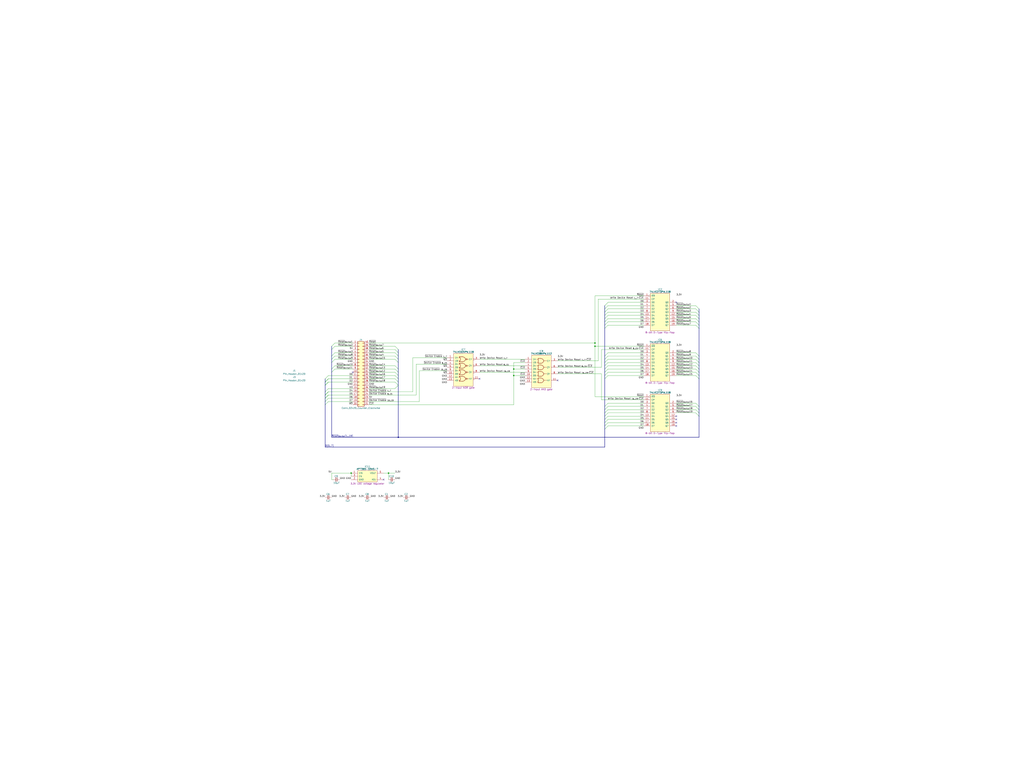
<source format=kicad_sch>
(kicad_sch (version 20230121) (generator eeschema)
  (paper "User" 799.998 599.999)
  (title_block (title "HCP65 Device Control") (date "2023-12-04") (rev "V0"))
  (lib_symbols
    (symbol "Connector_Generic:Conn_02x20_Counter_Clockwise" (pin_names (offset 1.016) hide)
      (property "Reference" "J" (at 1.27 25.4 0))
      (property "Value" "Conn_02x20_Counter_Clockwise" (at 1.27 -27.94 0))
      (symbol "Conn_02x20_Counter_Clockwise_1_1"
        (rectangle (start -1.27 -25.273) (end 0 -25.527) (stroke (width 0.1524)))
        (rectangle (start -1.27 -22.733) (end 0 -22.987) (stroke (width 0.1524)))
        (rectangle (start -1.27 -20.193) (end 0 -20.447) (stroke (width 0.1524)))
        (rectangle (start -1.27 -17.653) (end 0 -17.907) (stroke (width 0.1524)))
        (rectangle (start -1.27 -15.113) (end 0 -15.367) (stroke (width 0.1524)))
        (rectangle (start -1.27 -12.573) (end 0 -12.827) (stroke (width 0.1524)))
        (rectangle (start -1.27 -10.033) (end 0 -10.287) (stroke (width 0.1524)))
        (rectangle (start -1.27 -7.493) (end 0 -7.747) (stroke (width 0.1524)))
        (rectangle (start -1.27 -4.953) (end 0 -5.207) (stroke (width 0.1524)))
        (rectangle (start -1.27 -2.413) (end 0 -2.667) (stroke (width 0.1524)))
        (rectangle (start -1.27 0.127) (end 0 -0.127) (stroke (width 0.1524)))
        (rectangle (start -1.27 2.667) (end 0 2.413) (stroke (width 0.1524)))
        (rectangle (start -1.27 5.207) (end 0 4.953) (stroke (width 0.1524)))
        (rectangle (start -1.27 7.747) (end 0 7.493) (stroke (width 0.1524)))
        (rectangle (start -1.27 10.287) (end 0 10.033) (stroke (width 0.1524)))
        (rectangle (start -1.27 12.827) (end 0 12.573) (stroke (width 0.1524)))
        (rectangle (start -1.27 15.367) (end 0 15.113) (stroke (width 0.1524)))
        (rectangle (start -1.27 17.907) (end 0 17.653) (stroke (width 0.1524)))
        (rectangle (start -1.27 20.447) (end 0 20.193) (stroke (width 0.1524)))
        (rectangle (start -1.27 22.987) (end 0 22.733) (stroke (width 0.1524)))
        (rectangle (start -1.27 24.13) (end 3.81 -26.67) (stroke (width 0.254)) (fill (type background)))
        (rectangle (start 3.81 -25.273) (end 2.54 -25.527) (stroke (width 0.1524)))
        (rectangle (start 3.81 -22.733) (end 2.54 -22.987) (stroke (width 0.1524)))
        (rectangle (start 3.81 -20.193) (end 2.54 -20.447) (stroke (width 0.1524)))
        (rectangle (start 3.81 -17.653) (end 2.54 -17.907) (stroke (width 0.1524)))
        (rectangle (start 3.81 -15.113) (end 2.54 -15.367) (stroke (width 0.1524)))
        (rectangle (start 3.81 -12.573) (end 2.54 -12.827) (stroke (width 0.1524)))
        (rectangle (start 3.81 -10.033) (end 2.54 -10.287) (stroke (width 0.1524)))
        (rectangle (start 3.81 -7.493) (end 2.54 -7.747) (stroke (width 0.1524)))
        (rectangle (start 3.81 -4.953) (end 2.54 -5.207) (stroke (width 0.1524)))
        (rectangle (start 3.81 -2.413) (end 2.54 -2.667) (stroke (width 0.1524)))
        (rectangle (start 3.81 0.127) (end 2.54 -0.127) (stroke (width 0.1524)))
        (rectangle (start 3.81 2.667) (end 2.54 2.413) (stroke (width 0.1524)))
        (rectangle (start 3.81 5.207) (end 2.54 4.953) (stroke (width 0.1524)))
        (rectangle (start 3.81 7.747) (end 2.54 7.493) (stroke (width 0.1524)))
        (rectangle (start 3.81 10.287) (end 2.54 10.033) (stroke (width 0.1524)))
        (rectangle (start 3.81 12.827) (end 2.54 12.573) (stroke (width 0.1524)))
        (rectangle (start 3.81 15.367) (end 2.54 15.113) (stroke (width 0.1524)))
        (rectangle (start 3.81 17.907) (end 2.54 17.653) (stroke (width 0.1524)))
        (rectangle (start 3.81 20.447) (end 2.54 20.193) (stroke (width 0.1524)))
        (rectangle (start 3.81 22.987) (end 2.54 22.733) (stroke (width 0.1524)))
        (pin passive line (at -5.08 22.86 0) (length 3.81) (name "Pin_1") (number "1"))
        (pin passive line (at -5.08 0 0) (length 3.81) (name "Pin_10") (number "10"))
        (pin passive line (at -5.08 -2.54 0) (length 3.81) (name "Pin_11") (number "11"))
        (pin passive line (at -5.08 -5.08 0) (length 3.81) (name "Pin_12") (number "12"))
        (pin passive line (at -5.08 -7.62 0) (length 3.81) (name "Pin_13") (number "13"))
        (pin passive line (at -5.08 -10.16 0) (length 3.81) (name "Pin_14") (number "14"))
        (pin passive line (at -5.08 -12.7 0) (length 3.81) (name "Pin_15") (number "15"))
        (pin passive line (at -5.08 -15.24 0) (length 3.81) (name "Pin_16") (number "16"))
        (pin passive line (at -5.08 -17.78 0) (length 3.81) (name "Pin_17") (number "17"))
        (pin passive line (at -5.08 -20.32 0) (length 3.81) (name "Pin_18") (number "18"))
        (pin passive line (at -5.08 -22.86 0) (length 3.81) (name "Pin_19") (number "19"))
        (pin passive line (at -5.08 20.32 0) (length 3.81) (name "Pin_2") (number "2"))
        (pin passive line (at -5.08 -25.4 0) (length 3.81) (name "Pin_20") (number "20"))
        (pin passive line (at 7.62 -25.4 180) (length 3.81) (name "Pin_21") (number "21"))
        (pin passive line (at 7.62 -22.86 180) (length 3.81) (name "Pin_22") (number "22"))
        (pin passive line (at 7.62 -20.32 180) (length 3.81) (name "Pin_23") (number "23"))
        (pin passive line (at 7.62 -17.78 180) (length 3.81) (name "Pin_24") (number "24"))
        (pin passive line (at 7.62 -15.24 180) (length 3.81) (name "Pin_25") (number "25"))
        (pin passive line (at 7.62 -12.7 180) (length 3.81) (name "Pin_26") (number "26"))
        (pin passive line (at 7.62 -10.16 180) (length 3.81) (name "Pin_27") (number "27"))
        (pin passive line (at 7.62 -7.62 180) (length 3.81) (name "Pin_28") (number "28"))
        (pin passive line (at 7.62 -5.08 180) (length 3.81) (name "Pin_29") (number "29"))
        (pin passive line (at -5.08 17.78 0) (length 3.81) (name "Pin_3") (number "3"))
        (pin passive line (at 7.62 -2.54 180) (length 3.81) (name "Pin_30") (number "30"))
        (pin passive line (at 7.62 0 180) (length 3.81) (name "Pin_31") (number "31"))
        (pin passive line (at 7.62 2.54 180) (length 3.81) (name "Pin_32") (number "32"))
        (pin passive line (at 7.62 5.08 180) (length 3.81) (name "Pin_33") (number "33"))
        (pin passive line (at 7.62 7.62 180) (length 3.81) (name "Pin_34") (number "34"))
        (pin passive line (at 7.62 10.16 180) (length 3.81) (name "Pin_35") (number "35"))
        (pin passive line (at 7.62 12.7 180) (length 3.81) (name "Pin_36") (number "36"))
        (pin passive line (at 7.62 15.24 180) (length 3.81) (name "Pin_37") (number "37"))
        (pin passive line (at 7.62 17.78 180) (length 3.81) (name "Pin_38") (number "38"))
        (pin passive line (at 7.62 20.32 180) (length 3.81) (name "Pin_39") (number "39"))
        (pin passive line (at -5.08 15.24 0) (length 3.81) (name "Pin_4") (number "4"))
        (pin passive line (at 7.62 22.86 180) (length 3.81) (name "Pin_40") (number "40"))
        (pin passive line (at -5.08 12.7 0) (length 3.81) (name "Pin_5") (number "5"))
        (pin passive line (at -5.08 10.16 0) (length 3.81) (name "Pin_6") (number "6"))
        (pin passive line (at -5.08 7.62 0) (length 3.81) (name "Pin_7") (number "7"))
        (pin passive line (at -5.08 5.08 0) (length 3.81) (name "Pin_8") (number "8"))
        (pin passive line (at -5.08 2.54 0) (length 3.81) (name "Pin_9") (number "9"))
      )
    )
    (symbol "Diodes_Inc:AP7365-33WG-7" (pin_names (offset 0.762))
      (property "Reference" "IC" (at 12.7 5.08 0))
      (property "Value" "AP7365-33WG-7" (at 12.7 3.175 0))
      (property "Description" "3.3V LDO voltage regulator" (at 12.7 -8.255 0))
      (symbol "AP7365-33WG-7_0_0"
        (pin passive line (at 0 0 0) (length 5.08) (name "VIN") (number "1"))
        (pin passive line (at 0 -5.08 0) (length 5.08) (name "GND") (number "2"))
        (pin input line (at 0 -2.54 0) (length 5.08) (name "EN") (number "3"))
        (pin passive line (at 25.4 -5.08 180) (length 5.08) (name "ADJ") (number "4"))
        (pin passive line (at 25.4 0 180) (length 5.08) (name "VOUT") (number "5"))
      )
      (symbol "AP7365-33WG-7_0_1"
        (polyline (pts (xy 5.08 1.905) (xy 20.32 1.905) (xy 20.32 -6.985) (xy 5.08 -6.985) (xy 5.08 1.905)) (fill (type background)))
      )
    )
    (symbol "HCP65:C_0805" (pin_numbers hide) (pin_names (offset 0.254) hide)
      (property "Reference" "C" (at 2.286 2.54 0))
      (property "Value" "?μF" (at 2.54 -2.54 0))
      (symbol "C_0805_0_1"
        (polyline (pts (xy 1.9685 -1.4605) (xy 1.9685 1.5875)) (stroke (width 0.3048)))
        (polyline (pts (xy 2.9845 -1.4605) (xy 2.9845 1.5875)) (stroke (width 0.3302)))
      )
      (symbol "C_0805_1_1"
        (pin passive line (at 0 0 0) (length 2.032) (name "~") (number "1"))
        (pin passive line (at 5.08 0 180) (length 2.032) (name "~") (number "2"))
      )
    )
    (symbol "HCP65:Pin_Header_01x20" (pin_names (offset 1.016) hide)
      (property "Reference" "J" (at 0 1.27 0))
      (property "Value" "Pin_Header_01x20" (at 0 -1.27 0))
    )
    (symbol "Nexperia:74LVC02APW,118" (pin_names (offset 0.762))
      (property "Reference" "IC" (at 12.7 6.35 0))
      (property "Value" "74LVC02APW,118" (at 12.7 4.445 0))
      (property "Description" "2-Input NOR gate" (at 12.7 -23.495 0))
      (symbol "74LVC02APW,118_0_0"
        (pin input line (at 0 0 0) (length 5.08) (name "1A") (number "1"))
        (pin input line (at 0 -12.7 0) (length 5.08) (name "3B") (number "10"))
        (pin output inverted (at 25.4 -16.51 180) (length 5.08) (name "4Y") (number "11"))
        (pin input line (at 0 -15.24 0) (length 5.08) (name "4A") (number "12"))
        (pin input line (at 0 -17.78 0) (length 5.08) (name "4B") (number "13"))
        (pin passive line (at 25.4 1.27 180) (length 5.08) hide (name "3V") (number "14"))
        (pin input line (at 0 -2.54 0) (length 5.08) (name "1B") (number "2"))
        (pin output inverted (at 25.4 -1.27 180) (length 5.08) (name "1Y") (number "3"))
        (pin input line (at 0 -5.08 0) (length 5.08) (name "2A") (number "4"))
        (pin input line (at 0 -7.62 0) (length 5.08) (name "2B") (number "5"))
        (pin output inverted (at 25.4 -6.35 180) (length 5.08) (name "2Y") (number "6"))
        (pin passive line (at 0 -20.32 0) (length 5.08) hide (name "GND") (number "7"))
        (pin output inverted (at 25.4 -11.43 180) (length 5.08) (name "3Y") (number "8"))
        (pin input line (at 0 -10.16 0) (length 5.08) (name "3A") (number "9"))
      )
      (symbol "74LVC02APW,118_0_1"
        (polyline (pts (xy 8.802 -17.78) (xy 10.0719 -17.78)))
        (polyline (pts (xy 8.802 -15.24) (xy 10.0719 -15.24)))
        (polyline (pts (xy 8.802 -12.7) (xy 10.0719 -12.7)))
        (polyline (pts (xy 8.802 -10.16) (xy 10.0719 -10.16)))
        (polyline (pts (xy 8.802 -7.62) (xy 10.0719 -7.62)))
        (polyline (pts (xy 8.802 -5.08) (xy 10.0719 -5.08)))
        (polyline (pts (xy 8.802 -2.54) (xy 10.0719 -2.54)))
        (polyline (pts (xy 8.802 0) (xy 10.0719 0)))
        (polyline (pts (xy 11.977 -18.415) (xy 9.437 -18.415)) (stroke (width 0.254)) (fill (type background)))
        (polyline (pts (xy 11.977 -14.605) (xy 9.437 -14.605)) (stroke (width 0.254)) (fill (type background)))
        (polyline (pts (xy 11.977 -13.335) (xy 9.437 -13.335)) (stroke (width 0.254)) (fill (type background)))
        (polyline (pts (xy 11.977 -9.525) (xy 9.437 -9.525)) (stroke (width 0.254)) (fill (type background)))
        (polyline (pts (xy 11.977 -8.255) (xy 9.437 -8.255)) (stroke (width 0.254)) (fill (type background)))
        (polyline (pts (xy 11.977 -4.445) (xy 9.437 -4.445)) (stroke (width 0.254)) (fill (type background)))
        (polyline (pts (xy 11.977 -3.175) (xy 9.437 -3.175)) (stroke (width 0.254)) (fill (type background)))
        (polyline (pts (xy 11.977 0.635) (xy 9.437 0.635)) (stroke (width 0.254)) (fill (type background)))
        (polyline (pts (xy 15.875 -16.51) (xy 17.057 -16.51)))
        (polyline (pts (xy 15.875 -11.43) (xy 17.057 -11.43)))
        (polyline (pts (xy 15.875 -6.35) (xy 17.057 -6.35)))
        (polyline (pts (xy 15.875 -1.27) (xy 17.057 -1.27)))
        (polyline (pts (xy 5.08 3.175) (xy 20.32 3.175) (xy 20.32 -22.225) (xy 5.08 -22.225) (xy 5.08 3.175)) (stroke (width 0.1524)) (fill (type background)))
        (arc (start 9.437 -18.415) (mid 10.4969 -16.51) (end 9.437 -14.605) (stroke (width 0.254)))
        (arc (start 9.437 -13.335) (mid 10.4969 -11.43) (end 9.437 -9.525) (stroke (width 0.254)))
        (arc (start 9.437 -8.255) (mid 10.4969 -6.35) (end 9.437 -4.445) (stroke (width 0.254)))
        (arc (start 9.437 -3.175) (mid 10.4969 -1.27) (end 9.437 0.635) (stroke (width 0.254)))
        (arc (start 11.977 -18.415) (mid 13.5751 -17.9001) (end 14.517 -16.51) (stroke (width 0.254)))
        (arc (start 11.977 -13.335) (mid 13.5751 -12.8201) (end 14.517 -11.43) (stroke (width 0.254)))
        (arc (start 11.977 -8.255) (mid 13.5751 -7.7401) (end 14.517 -6.35) (stroke (width 0.254)))
        (arc (start 11.977 -3.175) (mid 13.5753 -2.6602) (end 14.517 -1.27) (stroke (width 0.254)))
        (arc (start 14.517 -16.51) (mid 13.5761 -15.1187) (end 11.977 -14.605) (stroke (width 0.254)))
        (arc (start 14.517 -11.43) (mid 13.5761 -10.0387) (end 11.977 -9.525) (stroke (width 0.254)))
        (arc (start 14.517 -6.35) (mid 13.5761 -4.9587) (end 11.977 -4.445) (stroke (width 0.254)))
        (arc (start 14.517 -1.27) (mid 13.5761 0.1213) (end 11.977 0.635) (stroke (width 0.254)))
        (circle (center 15.24 -16.51) (radius 0.508) (stroke (width 0.254)))
        (circle (center 15.24 -11.43) (radius 0.508) (stroke (width 0.254)))
        (circle (center 15.24 -6.35) (radius 0.508) (stroke (width 0.254)))
        (circle (center 15.24 -1.27) (radius 0.508) (stroke (width 0.254)))
      )
    )
    (symbol "Nexperia:74LVC08APW,112" (pin_names (offset 0.762))
      (property "Reference" "IC" (at 12.7 6.35 0))
      (property "Value" "74LVC08APW,112" (at 12.7 4.445 0))
      (property "Description" "2-input AND gate" (at 12.7 -23.495 0))
      (symbol "74LVC08APW,112_0_0"
        (pin input line (at 0 0 0) (length 5.08) (name "1A") (number "1"))
        (pin input line (at 0 -12.7 0) (length 5.08) (name "3B") (number "10"))
        (pin output line (at 25.4 -16.51 180) (length 5.08) (name "4Y") (number "11"))
        (pin input line (at 0 -15.24 0) (length 5.08) (name "4A") (number "12"))
        (pin input line (at 0 -17.78 0) (length 5.08) (name "4B") (number "13"))
        (pin passive line (at 25.4 1.27 180) (length 5.08) hide (name "3V") (number "14"))
        (pin input line (at 0 -2.54 0) (length 5.08) (name "1B") (number "2"))
        (pin passive line (at 25.4 -1.27 180) (length 5.08) (name "1Y") (number "3"))
        (pin input line (at 0 -5.08 0) (length 5.08) (name "2A") (number "4"))
        (pin input line (at 0 -7.62 0) (length 5.08) (name "2B") (number "5"))
        (pin output line (at 25.4 -6.35 180) (length 5.08) (name "2Y") (number "6"))
        (pin passive line (at 0 -20.32 0) (length 5.08) hide (name "GND") (number "7"))
        (pin output line (at 25.4 -11.43 180) (length 5.08) (name "3Y") (number "8"))
        (pin input line (at 0 -10.16 0) (length 5.08) (name "3A") (number "9"))
      )
      (symbol "74LVC08APW,112_0_1"
        (polyline (pts (xy 8.89 -17.78) (xy 10.1599 -17.78)))
        (polyline (pts (xy 8.89 -15.24) (xy 10.1599 -15.24)))
        (polyline (pts (xy 8.89 -12.7) (xy 10.1599 -12.7)))
        (polyline (pts (xy 8.89 -10.16) (xy 10.1599 -10.16)))
        (polyline (pts (xy 8.89 -7.62) (xy 10.1599 -7.62)))
        (polyline (pts (xy 8.89 -5.08) (xy 10.1599 -5.08)))
        (polyline (pts (xy 8.89 -2.54) (xy 10.1599 -2.54)))
        (polyline (pts (xy 8.89 0) (xy 10.1599 0)))
        (polyline (pts (xy 10.248 -14.605) (xy 10.248 -18.415)) (stroke (width 0.254)) (fill (type background)))
        (polyline (pts (xy 10.248 -9.525) (xy 10.248 -13.335)) (stroke (width 0.254)) (fill (type background)))
        (polyline (pts (xy 10.248 -4.445) (xy 10.248 -8.255)) (stroke (width 0.254)) (fill (type background)))
        (polyline (pts (xy 10.248 0.635) (xy 10.248 -3.175)) (stroke (width 0.254)) (fill (type background)))
        (polyline (pts (xy 12.065 -18.415) (xy 10.248 -18.415)) (stroke (width 0.254)) (fill (type background)))
        (polyline (pts (xy 12.065 -14.605) (xy 10.248 -14.605)) (stroke (width 0.254)) (fill (type background)))
        (polyline (pts (xy 12.065 -13.335) (xy 10.248 -13.335)) (stroke (width 0.254)) (fill (type background)))
        (polyline (pts (xy 12.065 -9.525) (xy 10.248 -9.525)) (stroke (width 0.254)) (fill (type background)))
        (polyline (pts (xy 12.065 -8.255) (xy 10.248 -8.255)) (stroke (width 0.254)) (fill (type background)))
        (polyline (pts (xy 12.065 -4.445) (xy 10.248 -4.445)) (stroke (width 0.254)) (fill (type background)))
        (polyline (pts (xy 12.065 -3.175) (xy 10.248 -3.175)) (stroke (width 0.254)) (fill (type background)))
        (polyline (pts (xy 12.065 0.635) (xy 10.248 0.635)) (stroke (width 0.254)) (fill (type background)))
        (polyline (pts (xy 14.605 -16.51) (xy 17.145 -16.51)))
        (polyline (pts (xy 14.605 -11.43) (xy 17.145 -11.43)))
        (polyline (pts (xy 14.605 -6.35) (xy 17.145 -6.35)))
        (polyline (pts (xy 14.605 -1.27) (xy 17.145 -1.27)))
        (polyline (pts (xy 5.08 3.175) (xy 20.32 3.175) (xy 20.32 -22.225) (xy 5.08 -22.225) (xy 5.08 3.175)) (stroke (width 0.1524)) (fill (type background)))
        (arc (start 12.065 -18.415) (mid 13.6634 -17.9004) (end 14.605 -16.51) (stroke (width 0.254)))
        (arc (start 12.065 -13.335) (mid 13.6634 -12.8204) (end 14.605 -11.43) (stroke (width 0.254)))
        (arc (start 12.065 -8.255) (mid 13.6634 -7.7404) (end 14.605 -6.35) (stroke (width 0.254)))
        (arc (start 12.065 -3.175) (mid 13.6634 -2.6604) (end 14.605 -1.27) (stroke (width 0.254)))
        (arc (start 14.605 -16.51) (mid 13.6646 -15.118) (end 12.065 -14.605) (stroke (width 0.254)))
        (arc (start 14.605 -11.43) (mid 13.6646 -10.038) (end 12.065 -9.525) (stroke (width 0.254)))
        (arc (start 14.605 -6.35) (mid 13.6646 -4.958) (end 12.065 -4.445) (stroke (width 0.254)))
        (arc (start 14.605 -1.27) (mid 13.6646 0.122) (end 12.065 0.635) (stroke (width 0.254)))
      )
    )
    (symbol "Nexperia:74LVC273PW,118" (pin_names (offset 0.762))
      (property "Reference" "IC" (at 12.7 5.08 0))
      (property "Value" "74LVC273PW,118" (at 12.7 3.175 0))
      (property "Description" "8-bit D-Type flip-flop" (at 12.7 -28.575 0))
      (symbol "74LVC273PW,118_0_0"
        (pin input line (at 0 -2.54 0) (length 5.08) (name "CP") (number "11"))
        (pin output line (at 25.4 -15.24 180) (length 5.08) (name "Q4") (number "12"))
        (pin input line (at 0 -15.24 0) (length 5.08) (name "D4") (number "13"))
        (pin input line (at 0 -17.78 0) (length 5.08) (name "D5") (number "14"))
        (pin output line (at 25.4 -17.78 180) (length 5.08) (name "Q5") (number "15"))
        (pin output line (at 25.4 -20.32 180) (length 5.08) (name "Q6") (number "16"))
        (pin input line (at 0 -20.32 0) (length 5.08) (name "D6") (number "17"))
        (pin input line (at 0 -22.86 0) (length 5.08) (name "D7") (number "18"))
        (pin output line (at 25.4 -22.86 180) (length 5.08) (name "Q7") (number "19"))
        (pin output line (at 25.4 -5.08 180) (length 5.08) (name "Q0") (number "2"))
        (pin input line (at 0 -5.08 0) (length 5.08) (name "D0") (number "3"))
        (pin input line (at 0 -7.62 0) (length 5.08) (name "D1") (number "4"))
        (pin output line (at 25.4 -7.62 180) (length 5.08) (name "Q1") (number "5"))
        (pin output line (at 25.4 -10.16 180) (length 5.08) (name "Q2") (number "6"))
        (pin input line (at 0 -10.16 0) (length 5.08) (name "D2") (number "7"))
        (pin input line (at 0 -12.7 0) (length 5.08) (name "D3") (number "8"))
        (pin output line (at 25.4 -12.7 180) (length 5.08) (name "Q3") (number "9"))
      )
      (symbol "74LVC273PW,118_0_1"
        (polyline (pts (xy 5.08 1.905) (xy 20.32 1.905) (xy 20.32 -27.305) (xy 5.08 -27.305) (xy 5.08 1.905)) (stroke (width 0.1524)) (fill (type background)))
      )
      (symbol "74LVC273PW,118_1_0"
        (pin input inverted (at 0 0 0) (length 5.08) (name "~{MR}") (number "1"))
        (pin passive line (at 0 -25.4 0) (length 5.08) hide (name "GND") (number "10"))
        (pin passive line (at 25.4 0 180) (length 5.08) hide (name "3V") (number "20"))
      )
    )
  )
  (junction (at 464.82 270.51))
  (junction (at 311.15 341.63))
  (junction (at 401.32 293.37))
  (junction (at 464.82 267.97))
  (junction (at 303.53 369.57))
  (junction (at 401.32 288.29))
  (junction (at 274.32 369.57))
  (no_connect (at 374.65 295.91))
  (no_connect (at 275.59 290.83))
  (no_connect (at 528.32 332.74))
  (no_connect (at 435.61 297.18))
  (no_connect (at 528.32 236.22))
  (no_connect (at 528.32 327.66))
  (no_connect (at 528.32 325.12))
  (no_connect (at 528.32 330.2))
  (no_connect (at 299.72 374.65))
  (bus_entry (at 308.61 270.51) (size 2.54 2.54))
  (bus_entry (at 256.54 311.15) (size -2.54 2.54))
  (bus_entry (at 543.56 293.37) (size 2.54 2.54))
  (bus_entry (at 474.98 243.84) (size -2.54 2.54))
  (bus_entry (at 474.98 238.76) (size -2.54 2.54))
  (bus_entry (at 261.62 275.59) (size -2.54 2.54))
  (bus_entry (at 543.56 280.67) (size 2.54 2.54))
  (bus_entry (at 543.56 288.29) (size 2.54 2.54))
  (bus_entry (at 474.98 320.04) (size -2.54 2.54))
  (bus_entry (at 543.56 283.21) (size 2.54 2.54))
  (bus_entry (at 474.98 251.46) (size -2.54 2.54))
  (bus_entry (at 474.98 241.3) (size -2.54 2.54))
  (bus_entry (at 543.56 285.75) (size 2.54 2.54))
  (bus_entry (at 474.98 254) (size -2.54 2.54))
  (bus_entry (at 474.98 327.66) (size -2.54 2.54))
  (bus_entry (at 261.62 285.75) (size -2.54 2.54))
  (bus_entry (at 474.98 280.67) (size -2.54 2.54))
  (bus_entry (at 543.56 254) (size 2.54 2.54))
  (bus_entry (at 474.98 330.2) (size -2.54 2.54))
  (bus_entry (at 308.61 293.37) (size 2.54 2.54))
  (bus_entry (at 308.61 295.91) (size 2.54 2.54))
  (bus_entry (at 474.98 246.38) (size -2.54 2.54))
  (bus_entry (at 308.61 278.13) (size 2.54 2.54))
  (bus_entry (at 308.61 285.75) (size 2.54 2.54))
  (bus_entry (at 256.54 293.37) (size -2.54 2.54))
  (bus_entry (at 543.56 241.3) (size 2.54 2.54))
  (bus_entry (at 474.98 236.22) (size -2.54 2.54))
  (bus_entry (at 261.62 267.97) (size -2.54 2.54))
  (bus_entry (at 474.98 314.96) (size -2.54 2.54))
  (bus_entry (at 474.98 293.37) (size -2.54 2.54))
  (bus_entry (at 543.56 243.84) (size 2.54 2.54))
  (bus_entry (at 256.54 306.07) (size -2.54 2.54))
  (bus_entry (at 543.56 275.59) (size 2.54 2.54))
  (bus_entry (at 543.56 317.5) (size 2.54 2.54))
  (bus_entry (at 261.62 270.51) (size -2.54 2.54))
  (bus_entry (at 543.56 246.38) (size 2.54 2.54))
  (bus_entry (at 543.56 251.46) (size 2.54 2.54))
  (bus_entry (at 261.62 278.13) (size -2.54 2.54))
  (bus_entry (at 261.62 288.29) (size -2.54 2.54))
  (bus_entry (at 256.54 308.61) (size -2.54 2.54))
  (bus_entry (at 256.54 295.91) (size -2.54 2.54))
  (bus_entry (at 308.61 288.29) (size 2.54 2.54))
  (bus_entry (at 256.54 298.45) (size -2.54 2.54))
  (bus_entry (at 308.61 303.53) (size 2.54 -2.54))
  (bus_entry (at 308.61 280.67) (size 2.54 2.54))
  (bus_entry (at 256.54 295.91) (size -2.54 2.54))
  (bus_entry (at 474.98 332.74) (size -2.54 2.54))
  (bus_entry (at 308.61 298.45) (size 2.54 2.54))
  (bus_entry (at 543.56 248.92) (size 2.54 2.54))
  (bus_entry (at 474.98 325.12) (size -2.54 2.54))
  (bus_entry (at 474.98 322.58) (size -2.54 2.54))
  (bus_entry (at 474.98 317.5) (size -2.54 2.54))
  (bus_entry (at 308.61 275.59) (size 2.54 2.54))
  (bus_entry (at 474.98 288.29) (size -2.54 2.54))
  (bus_entry (at 543.56 278.13) (size 2.54 2.54))
  (bus_entry (at 474.98 285.75) (size -2.54 2.54))
  (bus_entry (at 256.54 298.45) (size -2.54 2.54))
  (bus_entry (at 256.54 308.61) (size -2.54 2.54))
  (bus_entry (at 261.62 280.67) (size -2.54 2.54))
  (bus_entry (at 474.98 290.83) (size -2.54 2.54))
  (bus_entry (at 256.54 313.69) (size -2.54 2.54))
  (bus_entry (at 474.98 275.59) (size -2.54 2.54))
  (bus_entry (at 474.98 283.21) (size -2.54 2.54))
  (bus_entry (at 543.56 322.58) (size 2.54 2.54))
  (bus_entry (at 543.56 290.83) (size 2.54 2.54))
  (bus_entry (at 543.56 238.76) (size 2.54 2.54))
  (bus_entry (at 474.98 278.13) (size -2.54 2.54))
  (bus_entry (at 308.61 290.83) (size 2.54 2.54))
  (bus_entry (at 256.54 306.07) (size -2.54 2.54))
  (bus_entry (at 474.98 248.92) (size -2.54 2.54))
  (bus_entry (at 543.56 314.96) (size 2.54 2.54))
  (bus_entry (at 256.54 303.53) (size -2.54 2.54))
  (bus_entry (at 308.61 273.05) (size 2.54 2.54))
  (bus_entry (at 543.56 320.04) (size 2.54 2.54))
  (wire (pts (xy 325.12 284.48) (xy 349.25 284.48)))
  (wire (pts (xy 502.92 238.76) (xy 474.98 238.76)))
  (bus (pts (xy 254 295.91) (xy 254 298.45)))
  (wire (pts (xy 401.32 288.29) (xy 410.21 288.29)))
  (wire (pts (xy 502.92 283.21) (xy 474.98 283.21)))
  (wire (pts (xy 528.32 280.67) (xy 543.56 280.67)))
  (wire (pts (xy 528.32 285.75) (xy 543.56 285.75)))
  (wire (pts (xy 502.92 231.14) (xy 464.82 231.14)))
  (wire (pts (xy 374.65 280.67) (xy 410.21 280.67)))
  (wire (pts (xy 528.32 254) (xy 543.56 254)))
  (wire (pts (xy 261.62 278.13) (xy 275.59 278.13)))
  (bus (pts (xy 546.1 241.3) (xy 546.1 243.84)))
  (wire (pts (xy 528.32 275.59) (xy 543.56 275.59)))
  (wire (pts (xy 528.32 290.83) (xy 543.56 290.83)))
  (wire (pts (xy 502.92 236.22) (xy 474.98 236.22)))
  (wire (pts (xy 261.62 275.59) (xy 275.59 275.59)))
  (wire (pts (xy 528.32 251.46) (xy 543.56 251.46)))
  (wire (pts (xy 464.82 231.14) (xy 464.82 267.97)))
  (bus (pts (xy 259.08 283.21) (xy 259.08 288.29)))
  (bus (pts (xy 311.15 273.05) (xy 311.15 275.59)))
  (wire (pts (xy 469.9 273.05) (xy 469.9 287.02)))
  (wire (pts (xy 502.92 278.13) (xy 474.98 278.13)))
  (wire (pts (xy 288.29 290.83) (xy 308.61 290.83)))
  (bus (pts (xy 254 316.23) (xy 254 349.25)))
  (bus (pts (xy 472.44 251.46) (xy 472.44 254)))
  (wire (pts (xy 502.92 246.38) (xy 474.98 246.38)))
  (wire (pts (xy 261.62 285.75) (xy 275.59 285.75)))
  (bus (pts (xy 546.1 290.83) (xy 546.1 293.37)))
  (wire (pts (xy 528.32 314.96) (xy 543.56 314.96)))
  (bus (pts (xy 254 300.99) (xy 254 306.07)))
  (wire (pts (xy 256.54 308.61) (xy 275.59 308.61)))
  (wire (pts (xy 502.92 251.46) (xy 474.98 251.46)))
  (wire (pts (xy 502.92 293.37) (xy 474.98 293.37)))
  (bus (pts (xy 472.44 241.3) (xy 472.44 243.84)))
  (wire (pts (xy 502.92 275.59) (xy 474.98 275.59)))
  (bus (pts (xy 472.44 290.83) (xy 472.44 288.29)))
  (wire (pts (xy 288.29 293.37) (xy 308.61 293.37)))
  (bus (pts (xy 311.15 288.29) (xy 311.15 290.83)))
  (bus (pts (xy 311.15 295.91) (xy 311.15 298.45)))
  (bus (pts (xy 546.1 254) (xy 546.1 256.54)))
  (bus (pts (xy 472.44 325.12) (xy 472.44 327.66)))
  (wire (pts (xy 502.92 314.96) (xy 474.98 314.96)))
  (wire (pts (xy 288.29 295.91) (xy 308.61 295.91)))
  (wire (pts (xy 261.62 267.97) (xy 275.59 267.97)))
  (wire (pts (xy 528.32 246.38) (xy 543.56 246.38)))
  (wire (pts (xy 288.29 275.59) (xy 308.61 275.59)))
  (wire (pts (xy 261.62 280.67) (xy 275.59 280.67)))
  (wire (pts (xy 274.32 369.57) (xy 274.32 372.11)))
  (wire (pts (xy 327.66 313.69) (xy 327.66 289.56)))
  (wire (pts (xy 528.32 241.3) (xy 543.56 241.3)))
  (wire (pts (xy 502.92 327.66) (xy 474.98 327.66)))
  (wire (pts (xy 261.62 288.29) (xy 275.59 288.29)))
  (bus (pts (xy 472.44 295.91) (xy 472.44 317.5)))
  (wire (pts (xy 288.29 313.69) (xy 327.66 313.69)))
  (wire (pts (xy 288.29 288.29) (xy 308.61 288.29)))
  (wire (pts (xy 502.92 288.29) (xy 474.98 288.29)))
  (wire (pts (xy 528.32 243.84) (xy 543.56 243.84)))
  (bus (pts (xy 472.44 293.37) (xy 472.44 290.83)))
  (wire (pts (xy 349.25 289.56) (xy 327.66 289.56)))
  (wire (pts (xy 325.12 308.61) (xy 325.12 284.48)))
  (wire (pts (xy 502.92 285.75) (xy 474.98 285.75)))
  (wire (pts (xy 288.29 278.13) (xy 308.61 278.13)))
  (bus (pts (xy 472.44 327.66) (xy 472.44 330.2)))
  (wire (pts (xy 288.29 267.97) (xy 464.82 267.97)))
  (bus (pts (xy 546.1 293.37) (xy 546.1 295.91)))
  (bus (pts (xy 546.1 322.58) (xy 546.1 325.12)))
  (wire (pts (xy 259.08 369.57) (xy 259.08 374.65)))
  (bus (pts (xy 472.44 317.5) (xy 472.44 320.04)))
  (wire (pts (xy 464.82 309.88) (xy 464.82 270.51)))
  (bus (pts (xy 472.44 246.38) (xy 472.44 248.92)))
  (wire (pts (xy 256.54 311.15) (xy 275.59 311.15)))
  (wire (pts (xy 401.32 288.29) (xy 401.32 283.21)))
  (bus (pts (xy 546.1 256.54) (xy 546.1 278.13)))
  (wire (pts (xy 528.32 322.58) (xy 543.56 322.58)))
  (bus (pts (xy 472.44 285.75) (xy 472.44 283.21)))
  (bus (pts (xy 472.44 330.2) (xy 472.44 332.74)))
  (bus (pts (xy 546.1 317.5) (xy 546.1 320.04)))
  (bus (pts (xy 546.1 248.92) (xy 546.1 251.46)))
  (bus (pts (xy 472.44 238.76) (xy 472.44 241.3)))
  (wire (pts (xy 469.9 312.42) (xy 469.9 292.1)))
  (wire (pts (xy 474.98 332.74) (xy 502.92 332.74)))
  (wire (pts (xy 502.92 330.2) (xy 474.98 330.2)))
  (wire (pts (xy 288.29 303.53) (xy 308.61 303.53)))
  (wire (pts (xy 256.54 298.45) (xy 275.59 298.45)))
  (wire (pts (xy 299.72 369.57) (xy 303.53 369.57)))
  (wire (pts (xy 502.92 254) (xy 474.98 254)))
  (wire (pts (xy 288.29 285.75) (xy 308.61 285.75)))
  (wire (pts (xy 401.32 293.37) (xy 410.21 293.37)))
  (bus (pts (xy 546.1 288.29) (xy 546.1 290.83)))
  (bus (pts (xy 311.15 275.59) (xy 311.15 278.13)))
  (bus (pts (xy 472.44 280.67) (xy 472.44 278.13)))
  (bus (pts (xy 254 313.69) (xy 254 316.23)))
  (bus (pts (xy 254 308.61) (xy 254 311.15)))
  (wire (pts (xy 464.82 267.97) (xy 464.82 270.51)))
  (bus (pts (xy 546.1 285.75) (xy 546.1 288.29)))
  (bus (pts (xy 259.08 273.05) (xy 259.08 278.13)))
  (wire (pts (xy 303.53 374.65) (xy 303.53 369.57)))
  (bus (pts (xy 259.08 270.51) (xy 259.08 273.05)))
  (bus (pts (xy 472.44 283.21) (xy 472.44 280.67)))
  (wire (pts (xy 502.92 273.05) (xy 469.9 273.05)))
  (wire (pts (xy 502.92 248.92) (xy 474.98 248.92)))
  (bus (pts (xy 472.44 320.04) (xy 472.44 322.58)))
  (bus (pts (xy 254 306.07) (xy 254 308.61)))
  (bus (pts (xy 311.15 298.45) (xy 311.15 300.99)))
  (bus (pts (xy 472.44 332.74) (xy 472.44 335.28)))
  (wire (pts (xy 528.32 248.92) (xy 543.56 248.92)))
  (wire (pts (xy 502.92 325.12) (xy 474.98 325.12)))
  (bus (pts (xy 311.15 290.83) (xy 311.15 293.37)))
  (bus (pts (xy 546.1 283.21) (xy 546.1 285.75)))
  (bus (pts (xy 472.44 254) (xy 472.44 256.54)))
  (bus (pts (xy 546.1 320.04) (xy 546.1 322.58)))
  (bus (pts (xy 472.44 288.29) (xy 472.44 285.75)))
  (bus (pts (xy 472.44 322.58) (xy 472.44 325.12)))
  (bus (pts (xy 254 311.15) (xy 254 313.69)))
  (wire (pts (xy 528.32 238.76) (xy 543.56 238.76)))
  (wire (pts (xy 528.32 283.21) (xy 543.56 283.21)))
  (bus (pts (xy 546.1 243.84) (xy 546.1 246.38)))
  (bus (pts (xy 546.1 278.13) (xy 546.1 280.67)))
  (bus (pts (xy 311.15 341.63) (xy 546.1 341.63)))
  (wire (pts (xy 374.65 290.83) (xy 410.21 290.83)))
  (bus (pts (xy 311.15 293.37) (xy 311.15 295.91)))
  (wire (pts (xy 401.32 283.21) (xy 410.21 283.21)))
  (wire (pts (xy 322.58 306.07) (xy 322.58 279.4)))
  (wire (pts (xy 469.9 292.1) (xy 435.61 292.1)))
  (bus (pts (xy 472.44 256.54) (xy 472.44 278.13)))
  (wire (pts (xy 256.54 306.07) (xy 275.59 306.07)))
  (wire (pts (xy 288.29 308.61) (xy 325.12 308.61)))
  (wire (pts (xy 502.92 290.83) (xy 474.98 290.83)))
  (wire (pts (xy 256.54 295.91) (xy 275.59 295.91)))
  (wire (pts (xy 469.9 287.02) (xy 435.61 287.02)))
  (bus (pts (xy 311.15 278.13) (xy 311.15 280.67)))
  (wire (pts (xy 401.32 293.37) (xy 401.32 288.29)))
  (bus (pts (xy 546.1 246.38) (xy 546.1 248.92)))
  (bus (pts (xy 254 298.45) (xy 254 300.99)))
  (wire (pts (xy 528.32 278.13) (xy 543.56 278.13)))
  (wire (pts (xy 502.92 280.67) (xy 474.98 280.67)))
  (wire (pts (xy 528.32 293.37) (xy 543.56 293.37)))
  (wire (pts (xy 256.54 313.69) (xy 275.59 313.69)))
  (bus (pts (xy 254 349.25) (xy 472.44 349.25)))
  (wire (pts (xy 502.92 312.42) (xy 469.9 312.42)))
  (wire (pts (xy 464.82 309.88) (xy 502.92 309.88)))
  (bus (pts (xy 472.44 335.28) (xy 472.44 349.25)))
  (wire (pts (xy 502.92 243.84) (xy 474.98 243.84)))
  (wire (pts (xy 374.65 285.75) (xy 410.21 285.75)))
  (bus (pts (xy 546.1 280.67) (xy 546.1 283.21)))
  (wire (pts (xy 464.82 270.51) (xy 502.92 270.51)))
  (wire (pts (xy 288.29 273.05) (xy 308.61 273.05)))
  (bus (pts (xy 259.08 280.67) (xy 259.08 283.21)))
  (wire (pts (xy 502.92 241.3) (xy 474.98 241.3)))
  (wire (pts (xy 528.32 288.29) (xy 543.56 288.29)))
  (bus (pts (xy 472.44 248.92) (xy 472.44 251.46)))
  (wire (pts (xy 401.32 316.23) (xy 401.32 293.37)))
  (bus (pts (xy 472.44 243.84) (xy 472.44 246.38)))
  (wire (pts (xy 288.29 298.45) (xy 308.61 298.45)))
  (wire (pts (xy 288.29 280.67) (xy 308.61 280.67)))
  (wire (pts (xy 502.92 317.5) (xy 474.98 317.5)))
  (wire (pts (xy 467.36 233.68) (xy 467.36 281.94)))
  (wire (pts (xy 261.62 270.51) (xy 275.59 270.51)))
  (wire (pts (xy 502.92 322.58) (xy 474.98 322.58)))
  (bus (pts (xy 546.1 325.12) (xy 546.1 341.63)))
  (wire (pts (xy 259.08 369.57) (xy 274.32 369.57)))
  (bus (pts (xy 259.08 290.83) (xy 259.08 341.63)))
  (wire (pts (xy 528.32 320.04) (xy 543.56 320.04)))
  (bus (pts (xy 546.1 251.46) (xy 546.1 254)))
  (wire (pts (xy 303.53 369.57) (xy 308.61 369.57)))
  (bus (pts (xy 311.15 341.63) (xy 259.08 341.63)))
  (wire (pts (xy 322.58 279.4) (xy 349.25 279.4)))
  (bus (pts (xy 311.15 280.67) (xy 311.15 283.21)))
  (wire (pts (xy 288.29 316.23) (xy 401.32 316.23)))
  (bus (pts (xy 259.08 278.13) (xy 259.08 280.67)))
  (wire (pts (xy 467.36 281.94) (xy 435.61 281.94)))
  (bus (pts (xy 311.15 300.99) (xy 311.15 341.63)))
  (wire (pts (xy 256.54 303.53) (xy 275.59 303.53)))
  (wire (pts (xy 502.92 233.68) (xy 467.36 233.68)))
  (wire (pts (xy 256.54 293.37) (xy 275.59 293.37)))
  (bus (pts (xy 546.1 295.91) (xy 546.1 317.5)))
  (bus (pts (xy 472.44 293.37) (xy 472.44 295.91)))
  (wire (pts (xy 288.29 270.51) (xy 308.61 270.51)))
  (wire (pts (xy 259.08 374.65) (xy 260.35 374.65)))
  (bus (pts (xy 311.15 283.21) (xy 311.15 288.29)))
  (wire (pts (xy 528.32 317.5) (xy 543.56 317.5)))
  (wire (pts (xy 288.29 306.07) (xy 322.58 306.07)))
  (wire (pts (xy 502.92 320.04) (xy 474.98 320.04)))
  (bus (pts (xy 259.08 288.29) (xy 259.08 290.83)))
  (label "GND" (at 265.43 374.65 0))
  (label "~{Reset}_{Device}1" (at 275.59 267.97 180))
  (label "~{Reset}_{Device}4" (at 528.32 246.38 0))
  (label "~{Reset}_{Device}18" (at 288.29 298.45 0))
  (label "~{Reset}_{Device}3" (at 275.59 275.59 180))
  (label "D1" (at 275.59 295.91 180))
  (label "~{Device Enable}_{ 16..19}" (at 349.25 289.56 180))
  (label "~{Reset}_{Device}9" (at 275.59 280.67 180))
  (label "D0" (at 502.92 236.22 180))
  (label "3.3V" (at 528.32 231.14 0))
  (label "D3" (at 275.59 303.53 180))
  (label "~{Reset}_{Device}2" (at 275.59 270.51 180))
  (label "~{Reset}_{Device}5" (at 288.29 275.59 0))
  (label "~{Reset}_{Device}4" (at 288.29 278.13 0))
  (label "GND" (at 349.25 294.64 180))
  (label "D3" (at 502.92 322.58 180))
  (label "~{WD}" (at 349.25 287.02 180))
  (label "GND" (at 320.04 388.62 0))
  (label "Write Device Reset_{ 1..7}·~{CLK}" (at 502.92 233.68 180))
  (label "~{Reset}_{Device}5" (at 528.32 248.92 0))
  (label "D5" (at 502.92 248.92 180))
  (label "~{CLK}" (at 288.29 316.23 0))
  (label "~{Reset}" (at 502.92 231.14 180))
  (label "3.3V" (at 284.48 388.62 180))
  (label "D6" (at 502.92 330.2 180))
  (label "Write Device Reset_{ 1..7}" (at 374.65 280.67 0))
  (label "D5" (at 502.92 327.66 180))
  (label "~{Reset}_{Device}10" (at 528.32 280.67 0))
  (label "5V" (at 288.29 311.15 0))
  (label "~{Reset}_{Device}15" (at 288.29 280.67 0))
  (label "D7" (at 502.92 293.37 180))
  (label "D5" (at 502.92 288.29 180))
  (label "D0" (at 502.92 314.96 180))
  (label "~{Reset}_{Device}14" (at 528.32 290.83 0))
  (label "~{Device Enable}_{ 8..15}" (at 349.25 284.48 180))
  (label "~{Reset}_{Device}7" (at 288.29 270.51 0))
  (label "3.3V" (at 528.32 270.51 0))
  (label "~{Reset}_{Device}13" (at 288.29 288.29 0))
  (label "GND" (at 288.29 283.21 0))
  (label "D6" (at 502.92 290.83 180))
  (label "Write Device Reset_{ 8..15}" (at 374.65 285.75 0))
  (label "~{Reset}_{Device}[1..19]" (at 259.08 341.63 0))
  (label "~{Reset}_{Device}10" (at 275.59 285.75 180))
  (label "D[0..7]" (at 254 349.25 0))
  (label "~{Reset}_{Device}7" (at 528.32 254 0))
  (label "~{Reset}_{Device}8" (at 528.32 275.59 0))
  (label "GND" (at 502.92 256.54 180))
  (label "~{Reset}_{Device}6" (at 288.29 273.05 0))
  (label "D4" (at 275.59 306.07 180))
  (label "~{Reset}_{Device}3" (at 528.32 243.84 0))
  (label "~{Reset}" (at 288.29 267.97 0))
  (label "Write Device Reset_{ 8..15}·~{CLK}" (at 502.92 273.05 180))
  (label "D7" (at 502.92 254 180))
  (label "D0" (at 502.92 275.59 180))
  (label "~{Reset}_{Device}19" (at 288.29 303.53 0))
  (label "~{Device Enable}_{ 16..19}" (at 288.29 313.69 0))
  (label "D1" (at 502.92 317.5 180))
  (label "~{Reset}_{Device}16" (at 288.29 293.37 0))
  (label "D2" (at 502.92 320.04 180))
  (label "D1" (at 502.92 238.76 180))
  (label "3.3V" (at 269.24 388.62 180))
  (label "GND" (at 288.29 300.99 0))
  (label "D4" (at 502.92 285.75 180))
  (label "GND" (at 502.92 295.91 180))
  (label "Write Device Reset_{ 16..19}·~{CLK}" (at 435.61 292.1 0))
  (label "D7" (at 275.59 313.69 180))
  (label "~{WD}" (at 349.25 292.1 180))
  (label "D6" (at 502.92 251.46 180))
  (label "~{Reset}_{Device}9" (at 528.32 278.13 0))
  (label "3.3V" (at 308.61 369.57 0))
  (label "GND" (at 410.21 300.99 180))
  (label "D7" (at 502.92 332.74 180))
  (label "~{Reset}_{Device}6" (at 528.32 251.46 0))
  (label "~{CLK}" (at 410.21 283.21 180))
  (label "~{Reset}_{Device}1" (at 528.32 238.76 0))
  (label "~{Device Enable}_{ 8..15}" (at 288.29 308.61 0))
  (label "GND" (at 275.59 283.21 180))
  (label "D4" (at 502.92 246.38 180))
  (label "~{Reset}_{Device}18" (at 528.32 320.04 0))
  (label "~{Reset}_{Device}19" (at 528.32 322.58 0))
  (label "GND" (at 275.59 300.99 180))
  (label "~{Reset}_{Device}17" (at 528.32 317.5 0))
  (label "3.3V" (at 254 388.62 180))
  (label "GND" (at 289.56 388.62 0))
  (label "D3" (at 502.92 243.84 180))
  (label "5V" (at 259.08 369.57 180))
  (label "GND" (at 304.8 388.62 0))
  (label "~{Device Enable}_{ 1..7}" (at 288.29 306.07 0))
  (label "~{Reset}_{Device}11" (at 275.59 288.29 180))
  (label "D6" (at 275.59 311.15 180))
  (label "GND" (at 410.21 298.45 180))
  (label "~{Reset}_{Device}14" (at 288.29 285.75 0))
  (label "~{CLK}" (at 410.21 293.37 180))
  (label "GND" (at 410.21 295.91 180))
  (label "GND" (at 259.08 388.62 0))
  (label "D2" (at 275.59 298.45 180))
  (label "~{Reset}_{Device}17" (at 288.29 295.91 0))
  (label "D2" (at 502.92 241.3 180))
  (label "Write Device Reset_{ 1..7}·~{CLK}" (at 435.61 281.94 0))
  (label "~{Reset}_{Device}2" (at 528.32 241.3 0))
  (label "~{Reset}_{Device}8" (at 275.59 278.13 180))
  (label "3.3V" (at 374.65 278.13 0))
  (label "~{WD}" (at 275.59 316.23 180))
  (label "Write Device Reset_{ 16..19}" (at 374.65 290.83 0))
  (label "~{Reset}" (at 502.92 270.51 180))
  (label "Write Device Reset_{ 8..15}·~{CLK}" (at 435.61 287.02 0))
  (label "GND" (at 349.25 297.18 180))
  (label "D1" (at 502.92 278.13 180))
  (label "5V" (at 275.59 273.05 180))
  (label "~{Reset}_{Device}15" (at 528.32 293.37 0))
  (label "GND" (at 349.25 299.72 180))
  (label "~{Reset}_{Device}13" (at 528.32 288.29 0))
  (label "Write Device Reset_{ 16..19}·~{CLK}" (at 502.92 312.42 180))
  (label "GND" (at 502.92 335.28 180))
  (label "D3" (at 502.92 283.21 180))
  (label "3.3V" (at 314.96 388.62 180))
  (label "D0" (at 275.59 293.37 180))
  (label "~{Reset}" (at 502.92 309.88 180))
  (label "~{Reset}_{Device}16" (at 528.32 314.96 0))
  (label "~{CLK}" (at 410.21 288.29 180))
  (label "D2" (at 502.92 280.67 180))
  (label "~{Reset}_{Device}12" (at 288.29 290.83 0))
  (label "GND" (at 308.61 374.65 0))
  (label "3.3V" (at 435.61 279.4 0))
  (label "D5" (at 275.59 308.61 180))
  (label "GND" (at 274.32 374.65 180))
  (label "GND" (at 274.32 388.62 0))
  (label "~{Reset}_{Device}11" (at 528.32 283.21 0))
  (label "~{WD}" (at 349.25 281.94 180))
  (label "~{Reset}_{Device}12" (at 528.32 285.75 0))
  (label "3.3V" (at 528.32 309.88 0))
  (label "3.3V" (at 299.72 388.62 180))
  (label "D4" (at 502.92 325.12 180))
  (label "~{Device Enable}_{ 1..7}" (at 349.25 279.4 180))
  (symbol (lib_id "HCP65:C_0805") (at 260.35 374.65 0) (unit 1)
    (property "Reference" "C9" (at 262.636 372.11 0))
    (property "Value" "10μF" (at 262.89 377.19 0))
    (property "Footprint" "SamacSys_Parts:C_0805" (effects hide))
  )
  (symbol (lib_id "Nexperia:74LVC273PW,118") (at 502.92 270.51 0) (unit 1)
    (property "Reference" "IC6" (at 515.62 265.43 0))
    (property "Value" "74LVC273PW,118" (at 515.62 267.335 0) (effects (font bold)))
    (property "Footprint" "SOP65P640X110-20N" (effects hide))
    (property "Datasheet" "https://assets.nexperia.com/documents/data-sheet/74LVC273.pdf" (effects hide))
    (property "Description" "8-bit D-Type flip-flop" (at 515.62 299.085 0))
    (property "Height" "1.1" (effects hide))
    (property "Manufacturer_Name" "Nexperia" (effects hide))
    (property "Manufacturer_Part_Number" "74LVC273PW,118" (effects hide))
    (property "Mouser Part Number" "771-74LVC273PW-T" (effects hide))
    (property "Mouser Price/Stock" "https://www.mouser.com/Search/Refine.aspx?Keyword=771-74LVC273PW-T" (effects hide))
    (property "Silkscreen" "74LVC273" (effects hide))
  )
  (symbol (lib_id "HCP65:C_0805") (at 254 388.62 0) (unit 1)
    (property "Reference" "C6" (at 256.286 386.08 0))
    (property "Value" "1μF" (at 256.54 391.16 0))
    (property "Footprint" "SamacSys_Parts:C_0805" (effects hide))
  )
  (symbol (lib_id "Nexperia:74LVC08APW,112") (at 410.21 280.67 0) (unit 1)
    (property "Reference" "IC8" (at 422.91 274.32 0))
    (property "Value" "74LVC08APW,112" (at 422.91 276.225 0) (effects (font bold)))
    (property "Footprint" "SOP65P640X110-14N" (effects hide))
    (property "Datasheet" "https://assets.nexperia.com/documents/data-sheet/74LVC08A.pdf" (effects hide))
    (property "Description" "2-input AND gate" (at 422.91 304.165 0))
    (property "Height" "1.1" (effects hide))
    (property "Manufacturer_Name" "Nexperia" (effects hide))
    (property "Manufacturer_Part_Number" "74LVC08APW,112" (effects hide))
    (property "Mouser Part Number" "771-74LVC08APW" (effects hide))
    (property "Mouser Price/Stock" "https://www.mouser.com/Search/Refine.aspx?Keyword=771-74LVC08APW" (effects hide))
    (property "Silkscreen" "74LVC08" (effects hide))
  )
  (symbol (lib_id "Nexperia:74LVC273PW,118") (at 502.92 309.88 0) (unit 1)
    (property "Reference" "IC9" (at 515.62 304.8 0))
    (property "Value" "74LVC273PW,118" (at 515.62 306.705 0) (effects (font bold)))
    (property "Footprint" "SOP65P640X110-20N" (effects hide))
    (property "Datasheet" "https://assets.nexperia.com/documents/data-sheet/74LVC273.pdf" (effects hide))
    (property "Description" "8-bit D-Type flip-flop" (at 515.62 338.455 0))
    (property "Height" "1.1" (effects hide))
    (property "Manufacturer_Name" "Nexperia" (effects hide))
    (property "Manufacturer_Part_Number" "74LVC273PW,118" (effects hide))
    (property "Mouser Part Number" "771-74LVC273PW-T" (effects hide))
    (property "Mouser Price/Stock" "https://www.mouser.com/Search/Refine.aspx?Keyword=771-74LVC273PW-T" (effects hide))
    (property "Silkscreen" "74LVC273" (effects hide))
  )
  (symbol (lib_id "Nexperia:74LVC02APW,118") (at 349.25 279.4 0) (unit 1)
    (property "Reference" "IC7" (at 361.95 273.05 0))
    (property "Value" "74LVC02APW,118" (at 361.95 274.955 0) (effects (font bold)))
    (property "Footprint" "SOP65P640X110-14N" (effects hide))
    (property "Datasheet" "https://assets.nexperia.com/documents/data-sheet/74LVC02A.pdf" (effects hide))
    (property "Description" "2-Input NOR gate" (at 361.95 302.895 0))
    (property "Height" "1.1" (effects hide))
    (property "Mouser Part Number" "771-74LVC02APW-T" (effects hide))
    (property "Mouser Price/Stock" "https://www.mouser.co.uk/ProductDetail/Nexperia/74LVC02APW118?qs=me8TqzrmIYX6VnwIC2vA2w%3D%3D" (effects hide))
    (property "Manufacturer_Name" "Nexperia" (effects hide))
    (property "Manufacturer_Part_Number" "74LVC02APW,118" (effects hide))
    (property "Silkscreen" "74LVC02" (effects hide))
  )
  (symbol (lib_id "Diodes_Inc:AP7365-33WG-7") (at 274.32 369.57 0) (unit 1)
    (property "Reference" "IC11" (at 287.02 364.49 0))
    (property "Value" "AP7365-33WG-7" (at 287.02 366.395 0) (effects (font bold)))
    (property "Footprint" "SOT95P285X130-5N" (effects hide))
    (property "Datasheet" "https://componentsearchengine.com/Datasheets/1/AP7365-33WG-7.pdf" (effects hide))
    (property "Description" "3.3V LDO voltage regulator" (at 287.02 377.825 0))
    (property "Height" "1.3" (effects hide))
    (property "Manufacturer_Name" "Diodes Inc." (effects hide))
    (property "Manufacturer_Part_Number" "AP7365-33WG-7" (effects hide))
    (property "Mouser Part Number" "621-AP7365-33WG-7" (effects hide))
    (property "Mouser Price/Stock" "https://www.mouser.co.uk/ProductDetail/Diodes-Incorporated/AP7365-33WG-7?qs=abZ1nkZpTuOZFvxvoFPL0w%3D%3D" (effects hide))
    (property "Arrow Part Number" "AP7365-33WG-7" (effects hide))
    (property "Arrow Price/Stock" "https://www.arrow.com/en/products/ap7365-33wg-7/diodes-incorporated?region=nac" (effects hide))
    (property "Silkscreen" "AP7365" (effects hide))
  )
  (symbol (lib_id "HCP65:C_0805") (at 284.48 388.62 0) (unit 1)
    (property "Reference" "C8" (at 286.766 386.08 0))
    (property "Value" "1μF" (at 287.02 391.16 0))
    (property "Footprint" "SamacSys_Parts:C_0805" (effects hide))
  )
  (symbol (lib_id "HCP65:Pin_Header_01x20") (at 229.87 290.83 0) (unit 1)
    (property "Reference" "J1" (at 229.87 289.56 0))
    (property "Value" "Pin_Header_01x20" (at 229.87 292.1 0))
    (property "Footprint" "SamacSys_Parts:PinHeader_1x20_P2.54mm_Vertical" (effects hide))
  )
  (symbol (lib_id "HCP65:C_0805") (at 303.53 374.65 0) (unit 1)
    (property "Reference" "C10" (at 305.816 372.11 0))
    (property "Value" "10μF" (at 306.07 377.19 0))
    (property "Footprint" "SamacSys_Parts:C_0805" (effects hide))
  )
  (symbol (lib_id "Nexperia:74LVC273PW,118") (at 502.92 231.14 0) (unit 1)
    (property "Reference" "IC2" (at 515.62 226.06 0))
    (property "Value" "74LVC273PW,118" (at 515.62 227.965 0) (effects (font bold)))
    (property "Footprint" "SOP65P640X110-20N" (effects hide))
    (property "Datasheet" "https://assets.nexperia.com/documents/data-sheet/74LVC273.pdf" (effects hide))
    (property "Description" "8-bit D-Type flip-flop" (at 515.62 259.715 0))
    (property "Height" "1.1" (effects hide))
    (property "Manufacturer_Name" "Nexperia" (effects hide))
    (property "Manufacturer_Part_Number" "74LVC273PW,118" (effects hide))
    (property "Mouser Part Number" "771-74LVC273PW-T" (effects hide))
    (property "Mouser Price/Stock" "https://www.mouser.com/Search/Refine.aspx?Keyword=771-74LVC273PW-T" (effects hide))
    (property "Silkscreen" "74LVC273" (effects hide))
  )
  (symbol (lib_id "HCP65:C_0805") (at 269.24 388.62 0) (unit 1)
    (property "Reference" "C7" (at 271.526 386.08 0))
    (property "Value" "1μF" (at 271.78 391.16 0))
    (property "Footprint" "SamacSys_Parts:C_0805" (effects hide))
  )
  (symbol (lib_id "HCP65:Pin_Header_01x20") (at 229.87 295.91 0) (unit 1)
    (property "Reference" "J3" (at 229.87 294.64 0))
    (property "Value" "Pin_Header_01x20" (at 229.87 297.18 0))
    (property "Footprint" "SamacSys_Parts:PinHeader_1x20_P2.54mm_Vertical" (effects hide))
  )
  (symbol (lib_id "Connector_Generic:Conn_02x20_Counter_Clockwise") (at 280.67 290.83 0) (unit 1)
    (property "Reference" "J4" (at 281.94 265.43 0))
    (property "Value" "Conn_02x20_Counter_Clockwise" (at 281.94 318.77 0))
    (property "Footprint" "SamacSys_Parts:DIP-40_Board_W15.24mm" (effects hide))
  )
  (symbol (lib_id "HCP65:C_0805") (at 299.72 388.62 0) (unit 1)
    (property "Reference" "C1" (at 302.006 386.08 0))
    (property "Value" "1μF" (at 302.26 391.16 0))
    (property "Footprint" "SamacSys_Parts:C_0805" (effects hide))
  )
  (symbol (lib_id "HCP65:C_0805") (at 314.96 388.62 0) (unit 1)
    (property "Reference" "C2" (at 317.246 386.08 0))
    (property "Value" "1μF" (at 317.5 391.16 0))
    (property "Footprint" "SamacSys_Parts:C_0805" (effects hide))
  )
)
</source>
